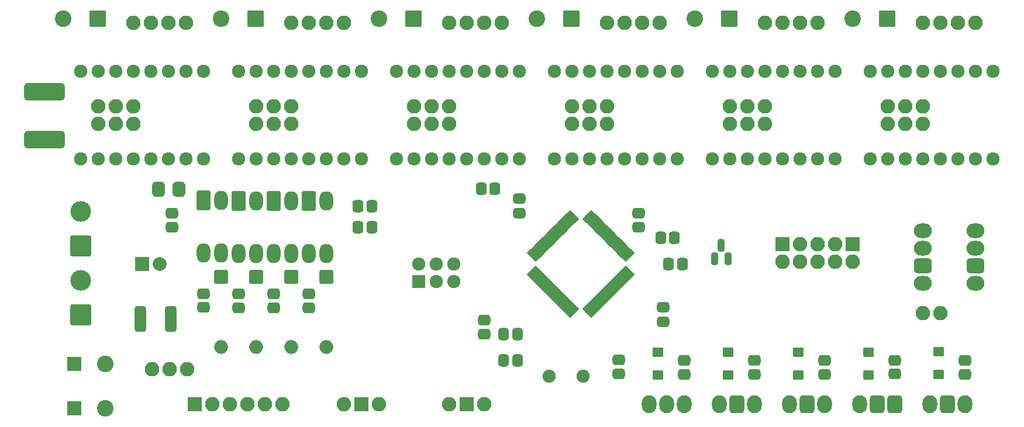
<source format=gts>
G04 #@! TF.GenerationSoftware,KiCad,Pcbnew,(6.0.1)*
G04 #@! TF.CreationDate,2022-01-24T13:46:14-05:00*
G04 #@! TF.ProjectId,copis_electronics,636f7069-735f-4656-9c65-6374726f6e69,rev?*
G04 #@! TF.SameCoordinates,Original*
G04 #@! TF.FileFunction,Soldermask,Top*
G04 #@! TF.FilePolarity,Negative*
%FSLAX46Y46*%
G04 Gerber Fmt 4.6, Leading zero omitted, Abs format (unit mm)*
G04 Created by KiCad (PCBNEW (6.0.1)) date 2022-01-24 13:46:14*
%MOMM*%
%LPD*%
G01*
G04 APERTURE LIST*
G04 Aperture macros list*
%AMRoundRect*
0 Rectangle with rounded corners*
0 $1 Rounding radius*
0 $2 $3 $4 $5 $6 $7 $8 $9 X,Y pos of 4 corners*
0 Add a 4 corners polygon primitive as box body*
4,1,4,$2,$3,$4,$5,$6,$7,$8,$9,$2,$3,0*
0 Add four circle primitives for the rounded corners*
1,1,$1+$1,$2,$3*
1,1,$1+$1,$4,$5*
1,1,$1+$1,$6,$7*
1,1,$1+$1,$8,$9*
0 Add four rect primitives between the rounded corners*
20,1,$1+$1,$2,$3,$4,$5,0*
20,1,$1+$1,$4,$5,$6,$7,0*
20,1,$1+$1,$6,$7,$8,$9,0*
20,1,$1+$1,$8,$9,$2,$3,0*%
G04 Aperture macros list end*
%ADD10C,1.924000*%
%ADD11O,2.100000X2.100000*%
%ADD12RoundRect,0.450000X-0.350000X-0.450000X0.350000X-0.450000X0.350000X0.450000X-0.350000X0.450000X0*%
%ADD13O,2.140000X2.590000*%
%ADD14RoundRect,0.450000X0.620000X0.845000X-0.620000X0.845000X-0.620000X-0.845000X0.620000X-0.845000X0*%
%ADD15RoundRect,0.200000X-0.335876X-0.724784X0.724784X0.335876X0.335876X0.724784X-0.724784X-0.335876X0*%
%ADD16RoundRect,0.200000X0.724784X-0.335876X-0.335876X0.724784X-0.724784X0.335876X0.335876X-0.724784X0*%
%ADD17C,3.000000*%
%ADD18RoundRect,0.200000X-1.300000X1.300000X-1.300000X-1.300000X1.300000X-1.300000X1.300000X1.300000X0*%
%ADD19RoundRect,0.450000X0.450000X-0.350000X0.450000X0.350000X-0.450000X0.350000X-0.450000X-0.350000X0*%
%ADD20RoundRect,0.450000X0.450000X-0.325000X0.450000X0.325000X-0.450000X0.325000X-0.450000X-0.325000X0*%
%ADD21RoundRect,0.200000X-0.800000X0.800000X-0.800000X-0.800000X0.800000X-0.800000X0.800000X0.800000X0*%
%ADD22O,2.000000X2.000000*%
%ADD23RoundRect,0.200000X0.850000X-0.850000X0.850000X0.850000X-0.850000X0.850000X-0.850000X-0.850000X0*%
%ADD24RoundRect,0.450000X-0.325000X-0.450000X0.325000X-0.450000X0.325000X0.450000X-0.325000X0.450000X0*%
%ADD25RoundRect,0.200000X-0.762000X-0.762000X0.762000X-0.762000X0.762000X0.762000X-0.762000X0.762000X0*%
%ADD26RoundRect,0.450000X-0.450000X0.350000X-0.450000X-0.350000X0.450000X-0.350000X0.450000X0.350000X0*%
%ADD27RoundRect,0.200000X-1.000000X-1.000000X1.000000X-1.000000X1.000000X1.000000X-1.000000X1.000000X0*%
%ADD28C,2.400000*%
%ADD29RoundRect,0.200000X-0.850000X0.850000X-0.850000X-0.850000X0.850000X-0.850000X0.850000X0.850000X0*%
%ADD30C,2.000000*%
%ADD31C,1.900000*%
%ADD32O,2.590000X2.140000*%
%ADD33RoundRect,0.450000X-0.845000X0.620000X-0.845000X-0.620000X0.845000X-0.620000X0.845000X0.620000X0*%
%ADD34RoundRect,0.450000X-0.450000X0.325000X-0.450000X-0.325000X0.450000X-0.325000X0.450000X0.325000X0*%
%ADD35RoundRect,0.450001X-0.462499X-0.624999X0.462499X-0.624999X0.462499X0.624999X-0.462499X0.624999X0*%
%ADD36RoundRect,0.200000X-0.600000X0.450000X-0.600000X-0.450000X0.600000X-0.450000X0.600000X0.450000X0*%
%ADD37RoundRect,0.450000X0.350000X0.450000X-0.350000X0.450000X-0.350000X-0.450000X0.350000X-0.450000X0*%
%ADD38RoundRect,0.350000X0.150000X-0.587500X0.150000X0.587500X-0.150000X0.587500X-0.150000X-0.587500X0*%
%ADD39O,2.000000X2.800000*%
%ADD40RoundRect,0.200000X-0.800000X1.200000X-0.800000X-1.200000X0.800000X-1.200000X0.800000X1.200000X0*%
%ADD41RoundRect,0.450001X-2.474999X0.799999X-2.474999X-0.799999X2.474999X-0.799999X2.474999X0.799999X0*%
%ADD42RoundRect,0.450000X-0.400000X-1.450000X0.400000X-1.450000X0.400000X1.450000X-0.400000X1.450000X0*%
G04 APERTURE END LIST*
D10*
X191770000Y-58420000D03*
X194310000Y-58420000D03*
X196850000Y-58420000D03*
X199390000Y-58420000D03*
X201930000Y-58420000D03*
X204470000Y-58420000D03*
X207010000Y-58420000D03*
X209550000Y-58420000D03*
X191770000Y-71120000D03*
X194310000Y-71120000D03*
X196850000Y-71120000D03*
X199390000Y-71120000D03*
X201930000Y-71120000D03*
X204470000Y-71120000D03*
X207010000Y-71120000D03*
X209550000Y-71120000D03*
D11*
X125730000Y-63500000D03*
X125730000Y-66040000D03*
X128270000Y-63500000D03*
X128270000Y-66040000D03*
X171450000Y-63500000D03*
X171450000Y-66040000D03*
X173990000Y-63500000D03*
X173990000Y-66040000D03*
X148590000Y-63500000D03*
X148590000Y-66040000D03*
X151130000Y-63500000D03*
X151130000Y-66040000D03*
X153670000Y-63500000D03*
X153670000Y-66040000D03*
X194310000Y-63500000D03*
X194310000Y-66040000D03*
X196850000Y-63500000D03*
X196850000Y-66040000D03*
X199390000Y-63500000D03*
X199390000Y-66040000D03*
X176530000Y-51435000D03*
X179070000Y-51435000D03*
X181610000Y-51435000D03*
X184150000Y-51435000D03*
X176530000Y-63500000D03*
X176530000Y-66040000D03*
D12*
X135398000Y-75429000D03*
X137398000Y-75429000D03*
D13*
X175006000Y-106680000D03*
D14*
X172466000Y-106680000D03*
D13*
X169926000Y-106680000D03*
X164846000Y-106680000D03*
X162306000Y-106680000D03*
X159766000Y-106680000D03*
X205460600Y-106680000D03*
D14*
X202920600Y-106680000D03*
D13*
X200380600Y-106680000D03*
D15*
X142975664Y-87562082D03*
X143541350Y-88127767D03*
X144107035Y-88693452D03*
X144672720Y-89259138D03*
X145238406Y-89824823D03*
X145804091Y-90390509D03*
X146369777Y-90956194D03*
X146935462Y-91521880D03*
X147501148Y-92087565D03*
X148066833Y-92653250D03*
X148632518Y-93218936D03*
D16*
X151036682Y-93218936D03*
X151602367Y-92653250D03*
X152168052Y-92087565D03*
X152733738Y-91521880D03*
X153299423Y-90956194D03*
X153865109Y-90390509D03*
X154430794Y-89824823D03*
X154996480Y-89259138D03*
X155562165Y-88693452D03*
X156127850Y-88127767D03*
X156693536Y-87562082D03*
D15*
X156693536Y-85157918D03*
X156127850Y-84592233D03*
X155562165Y-84026548D03*
X154996480Y-83460862D03*
X154430794Y-82895177D03*
X153865109Y-82329491D03*
X153299423Y-81763806D03*
X152733738Y-81198120D03*
X152168052Y-80632435D03*
X151602367Y-80066750D03*
X151036682Y-79501064D03*
D16*
X148632518Y-79501064D03*
X148066833Y-80066750D03*
X147501148Y-80632435D03*
X146935462Y-81198120D03*
X146369777Y-81763806D03*
X145804091Y-82329491D03*
X145238406Y-82895177D03*
X144672720Y-83460862D03*
X144107035Y-84026548D03*
X143541350Y-84592233D03*
X142975664Y-85157918D03*
D17*
X77470000Y-78740000D03*
D18*
X77470000Y-83740000D03*
D17*
X77470000Y-88740000D03*
D18*
X77470000Y-93740000D03*
D11*
X153670000Y-51435000D03*
X156210000Y-51435000D03*
X158750000Y-51435000D03*
X161290000Y-51435000D03*
X130810000Y-51435000D03*
X133350000Y-51435000D03*
X135890000Y-51435000D03*
X138430000Y-51435000D03*
D19*
X110490000Y-92710000D03*
X110490000Y-90710000D03*
D20*
X155346400Y-102320200D03*
X155346400Y-100270200D03*
D21*
X113030000Y-88265000D03*
D22*
X113030000Y-98425000D03*
D23*
X93980000Y-106680000D03*
D11*
X96520000Y-106680000D03*
X99060000Y-106680000D03*
X101600000Y-106680000D03*
X104140000Y-106680000D03*
X106680000Y-106680000D03*
D21*
X107950000Y-88265000D03*
D22*
X107950000Y-98425000D03*
D24*
X138675000Y-96520000D03*
X140725000Y-96520000D03*
D14*
X195300600Y-106680000D03*
X192760600Y-106680000D03*
D13*
X190220600Y-106680000D03*
D20*
X161798000Y-94742000D03*
X161798000Y-92692000D03*
D25*
X126365000Y-88900000D03*
D10*
X126365000Y-86360000D03*
X128905000Y-88900000D03*
X128905000Y-86360000D03*
X131445000Y-88900000D03*
X131445000Y-86360000D03*
D26*
X90678000Y-79026000D03*
X90678000Y-81026000D03*
D11*
X130810000Y-63500000D03*
X130810000Y-66040000D03*
X199390000Y-51435000D03*
X201930000Y-51435000D03*
X204470000Y-51435000D03*
X207010000Y-51435000D03*
D10*
X140970000Y-71120000D03*
X138430000Y-71120000D03*
X135890000Y-71120000D03*
X133350000Y-71120000D03*
X130810000Y-71120000D03*
X128270000Y-71120000D03*
X125730000Y-71120000D03*
X123190000Y-71120000D03*
X140970000Y-58420000D03*
X138430000Y-58420000D03*
X135890000Y-58420000D03*
X133350000Y-58420000D03*
X130810000Y-58420000D03*
X128270000Y-58420000D03*
X125730000Y-58420000D03*
X123190000Y-58420000D03*
X146050000Y-58420000D03*
X148590000Y-58420000D03*
X151130000Y-58420000D03*
X153670000Y-58420000D03*
X156210000Y-58420000D03*
X158750000Y-58420000D03*
X161290000Y-58420000D03*
X163830000Y-58420000D03*
X146050000Y-71120000D03*
X148590000Y-71120000D03*
X151130000Y-71120000D03*
X153670000Y-71120000D03*
X156210000Y-71120000D03*
X158750000Y-71120000D03*
X161290000Y-71120000D03*
X163830000Y-71120000D03*
X168910000Y-58420000D03*
X171450000Y-58420000D03*
X173990000Y-58420000D03*
X176530000Y-58420000D03*
X179070000Y-58420000D03*
X181610000Y-58420000D03*
X184150000Y-58420000D03*
X186690000Y-58420000D03*
X168910000Y-71120000D03*
X171450000Y-71120000D03*
X173990000Y-71120000D03*
X176530000Y-71120000D03*
X179070000Y-71120000D03*
X181610000Y-71120000D03*
X184150000Y-71120000D03*
X186690000Y-71120000D03*
D27*
X125650000Y-50800000D03*
D28*
X120650000Y-50800000D03*
X80990000Y-107338000D03*
X80990000Y-100838000D03*
D29*
X76490000Y-100838000D03*
X76490000Y-107338000D03*
D28*
X143510000Y-50800000D03*
D27*
X148510000Y-50800000D03*
D28*
X189230000Y-50800000D03*
D27*
X194230000Y-50800000D03*
D28*
X166370000Y-50800000D03*
D27*
X171370000Y-50800000D03*
D30*
X88860000Y-86360000D03*
D29*
X86360000Y-86360000D03*
D31*
X150151000Y-102616000D03*
X145271000Y-102616000D03*
D19*
X164846000Y-102362000D03*
X164846000Y-100362000D03*
D32*
X207010000Y-81534000D03*
X207010000Y-84074000D03*
D33*
X207010000Y-86614000D03*
D32*
X207010000Y-89154000D03*
D11*
X102870000Y-63500000D03*
X102870000Y-66040000D03*
X105410000Y-63500000D03*
X105410000Y-66040000D03*
X107950000Y-63500000D03*
X107950000Y-66040000D03*
X82550000Y-63500000D03*
X82550000Y-66040000D03*
X85090000Y-63500000D03*
X85090000Y-66040000D03*
D10*
X77470000Y-58420000D03*
X80010000Y-58420000D03*
X82550000Y-58420000D03*
X85090000Y-58420000D03*
X87630000Y-58420000D03*
X90170000Y-58420000D03*
X92710000Y-58420000D03*
X95250000Y-58420000D03*
X77470000Y-71120000D03*
X80010000Y-71120000D03*
X82550000Y-71120000D03*
X85090000Y-71120000D03*
X87630000Y-71120000D03*
X90170000Y-71120000D03*
X92710000Y-71120000D03*
X95250000Y-71120000D03*
D11*
X80010000Y-63500000D03*
X80010000Y-66040000D03*
D28*
X74930000Y-50800000D03*
D27*
X79930000Y-50800000D03*
D28*
X97790000Y-50800000D03*
D27*
X102790000Y-50800000D03*
D11*
X107950000Y-51435000D03*
X110490000Y-51435000D03*
X113030000Y-51435000D03*
X115570000Y-51435000D03*
X85090000Y-51435000D03*
X87630000Y-51435000D03*
X90170000Y-51435000D03*
X92710000Y-51435000D03*
D10*
X118110000Y-71120000D03*
X115570000Y-71120000D03*
X113030000Y-71120000D03*
X110490000Y-71120000D03*
X107950000Y-71120000D03*
X105410000Y-71120000D03*
X102870000Y-71120000D03*
X100330000Y-71120000D03*
X118110000Y-58420000D03*
X115570000Y-58420000D03*
X113030000Y-58420000D03*
X110490000Y-58420000D03*
X107950000Y-58420000D03*
X105410000Y-58420000D03*
X102870000Y-58420000D03*
X100330000Y-58420000D03*
D34*
X140970000Y-76944000D03*
X140970000Y-78994000D03*
D32*
X199390000Y-89154000D03*
D33*
X199390000Y-86614000D03*
D32*
X199390000Y-84074000D03*
X199390000Y-81534000D03*
D11*
X179075000Y-86060200D03*
D23*
X179075000Y-83520200D03*
D11*
X181615000Y-86060200D03*
X181615000Y-83520200D03*
X184155000Y-86060200D03*
X184155000Y-83520200D03*
X186695000Y-86060200D03*
X186695000Y-83520200D03*
X189235000Y-86060200D03*
D23*
X189235000Y-83520200D03*
D35*
X91657500Y-75565000D03*
X88682500Y-75565000D03*
D13*
X185166000Y-106680000D03*
D14*
X182626000Y-106680000D03*
D13*
X180086000Y-106680000D03*
D36*
X161036000Y-99188000D03*
X161036000Y-102488000D03*
D19*
X195326000Y-102346000D03*
X195326000Y-100346000D03*
X205486000Y-102362000D03*
X205486000Y-100362000D03*
D36*
X201676000Y-99062000D03*
X201676000Y-102362000D03*
X171196000Y-99188000D03*
X171196000Y-102488000D03*
X191516000Y-99188000D03*
X191516000Y-102488000D03*
X181356000Y-99188000D03*
X181356000Y-102488000D03*
D19*
X185166000Y-102362000D03*
X185166000Y-100362000D03*
X175006000Y-102362000D03*
X175006000Y-100362000D03*
D37*
X164560000Y-86360000D03*
X162560000Y-86360000D03*
D24*
X138675000Y-100330000D03*
X140725000Y-100330000D03*
D38*
X169230000Y-85597500D03*
X171130000Y-85597500D03*
X170180000Y-83722500D03*
D11*
X201930000Y-93472000D03*
X199390000Y-93472000D03*
X135890000Y-106680000D03*
D29*
X133350000Y-106680000D03*
D11*
X130810000Y-106680000D03*
D19*
X105410000Y-92710000D03*
X105410000Y-90710000D03*
D20*
X158242000Y-81035000D03*
X158242000Y-78985000D03*
D37*
X163417000Y-82550000D03*
X161417000Y-82550000D03*
D39*
X113030000Y-77216000D03*
D40*
X110490000Y-77216000D03*
D39*
X110490000Y-84836000D03*
X113030000Y-84836000D03*
X107955000Y-77216000D03*
D40*
X105415000Y-77216000D03*
D39*
X105415000Y-84836000D03*
X107955000Y-84836000D03*
D11*
X92847400Y-101600000D03*
X90307400Y-101600000D03*
X87767400Y-101600000D03*
D19*
X135890000Y-96520000D03*
X135890000Y-94520000D03*
D12*
X117602000Y-77978000D03*
X119602000Y-77978000D03*
D21*
X97790000Y-88265000D03*
D22*
X97790000Y-98425000D03*
D21*
X102870000Y-88265000D03*
D22*
X102870000Y-98425000D03*
D19*
X95250000Y-92694000D03*
X95250000Y-90694000D03*
X100330000Y-92710000D03*
X100330000Y-90710000D03*
D39*
X97795000Y-77201000D03*
D40*
X95255000Y-77201000D03*
D39*
X95255000Y-84821000D03*
X97795000Y-84821000D03*
D41*
X72212200Y-68372000D03*
X72212200Y-61422000D03*
D11*
X120650000Y-106680000D03*
D29*
X118110000Y-106680000D03*
D11*
X115570000Y-106680000D03*
D42*
X86040000Y-94335600D03*
X90490000Y-94335600D03*
D39*
X102875000Y-77216000D03*
D40*
X100335000Y-77216000D03*
D39*
X100335000Y-84836000D03*
X102875000Y-84836000D03*
D12*
X117602000Y-81026000D03*
X119602000Y-81026000D03*
M02*

</source>
